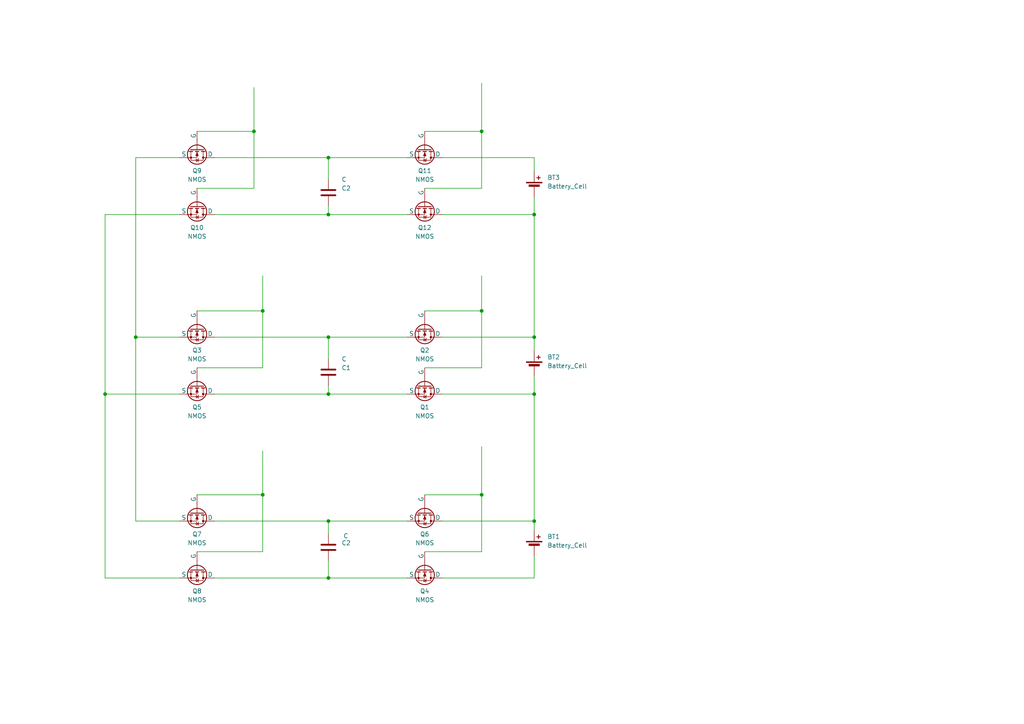
<source format=kicad_sch>
(kicad_sch
	(version 20231120)
	(generator "eeschema")
	(generator_version "8.0")
	(uuid "7e3cc48e-1208-4bcc-a411-ac4a36c56cb6")
	(paper "A4")
	(lib_symbols
		(symbol "Device:Battery_Cell"
			(pin_numbers hide)
			(pin_names
				(offset 0) hide)
			(exclude_from_sim no)
			(in_bom yes)
			(on_board yes)
			(property "Reference" "BT"
				(at 2.54 2.54 0)
				(effects
					(font
						(size 1.27 1.27)
					)
					(justify left)
				)
			)
			(property "Value" "Battery_Cell"
				(at 2.54 0 0)
				(effects
					(font
						(size 1.27 1.27)
					)
					(justify left)
				)
			)
			(property "Footprint" ""
				(at 0 1.524 90)
				(effects
					(font
						(size 1.27 1.27)
					)
					(hide yes)
				)
			)
			(property "Datasheet" "~"
				(at 0 1.524 90)
				(effects
					(font
						(size 1.27 1.27)
					)
					(hide yes)
				)
			)
			(property "Description" "Single-cell battery"
				(at 0 0 0)
				(effects
					(font
						(size 1.27 1.27)
					)
					(hide yes)
				)
			)
			(property "ki_keywords" "battery cell"
				(at 0 0 0)
				(effects
					(font
						(size 1.27 1.27)
					)
					(hide yes)
				)
			)
			(symbol "Battery_Cell_0_1"
				(rectangle
					(start -2.286 1.778)
					(end 2.286 1.524)
					(stroke
						(width 0)
						(type default)
					)
					(fill
						(type outline)
					)
				)
				(rectangle
					(start -1.524 1.016)
					(end 1.524 0.508)
					(stroke
						(width 0)
						(type default)
					)
					(fill
						(type outline)
					)
				)
				(polyline
					(pts
						(xy 0 0.762) (xy 0 0)
					)
					(stroke
						(width 0)
						(type default)
					)
					(fill
						(type none)
					)
				)
				(polyline
					(pts
						(xy 0 1.778) (xy 0 2.54)
					)
					(stroke
						(width 0)
						(type default)
					)
					(fill
						(type none)
					)
				)
				(polyline
					(pts
						(xy 0.762 3.048) (xy 1.778 3.048)
					)
					(stroke
						(width 0.254)
						(type default)
					)
					(fill
						(type none)
					)
				)
				(polyline
					(pts
						(xy 1.27 3.556) (xy 1.27 2.54)
					)
					(stroke
						(width 0.254)
						(type default)
					)
					(fill
						(type none)
					)
				)
			)
			(symbol "Battery_Cell_1_1"
				(pin passive line
					(at 0 5.08 270)
					(length 2.54)
					(name "+"
						(effects
							(font
								(size 1.27 1.27)
							)
						)
					)
					(number "1"
						(effects
							(font
								(size 1.27 1.27)
							)
						)
					)
				)
				(pin passive line
					(at 0 -2.54 90)
					(length 2.54)
					(name "-"
						(effects
							(font
								(size 1.27 1.27)
							)
						)
					)
					(number "2"
						(effects
							(font
								(size 1.27 1.27)
							)
						)
					)
				)
			)
		)
		(symbol "Device:C"
			(pin_numbers hide)
			(pin_names
				(offset 0.254)
			)
			(exclude_from_sim no)
			(in_bom yes)
			(on_board yes)
			(property "Reference" "C"
				(at 0.635 2.54 0)
				(effects
					(font
						(size 1.27 1.27)
					)
					(justify left)
				)
			)
			(property "Value" "C"
				(at 0.635 -2.54 0)
				(effects
					(font
						(size 1.27 1.27)
					)
					(justify left)
				)
			)
			(property "Footprint" ""
				(at 0.9652 -3.81 0)
				(effects
					(font
						(size 1.27 1.27)
					)
					(hide yes)
				)
			)
			(property "Datasheet" "~"
				(at 0 0 0)
				(effects
					(font
						(size 1.27 1.27)
					)
					(hide yes)
				)
			)
			(property "Description" "Unpolarized capacitor"
				(at 0 0 0)
				(effects
					(font
						(size 1.27 1.27)
					)
					(hide yes)
				)
			)
			(property "ki_keywords" "cap capacitor"
				(at 0 0 0)
				(effects
					(font
						(size 1.27 1.27)
					)
					(hide yes)
				)
			)
			(property "ki_fp_filters" "C_*"
				(at 0 0 0)
				(effects
					(font
						(size 1.27 1.27)
					)
					(hide yes)
				)
			)
			(symbol "C_0_1"
				(polyline
					(pts
						(xy -2.032 -0.762) (xy 2.032 -0.762)
					)
					(stroke
						(width 0.508)
						(type default)
					)
					(fill
						(type none)
					)
				)
				(polyline
					(pts
						(xy -2.032 0.762) (xy 2.032 0.762)
					)
					(stroke
						(width 0.508)
						(type default)
					)
					(fill
						(type none)
					)
				)
			)
			(symbol "C_1_1"
				(pin passive line
					(at 0 3.81 270)
					(length 2.794)
					(name "~"
						(effects
							(font
								(size 1.27 1.27)
							)
						)
					)
					(number "1"
						(effects
							(font
								(size 1.27 1.27)
							)
						)
					)
				)
				(pin passive line
					(at 0 -3.81 90)
					(length 2.794)
					(name "~"
						(effects
							(font
								(size 1.27 1.27)
							)
						)
					)
					(number "2"
						(effects
							(font
								(size 1.27 1.27)
							)
						)
					)
				)
			)
		)
		(symbol "Simulation_SPICE:NMOS"
			(pin_numbers hide)
			(pin_names
				(offset 0)
			)
			(exclude_from_sim no)
			(in_bom yes)
			(on_board yes)
			(property "Reference" "Q"
				(at 5.08 1.27 0)
				(effects
					(font
						(size 1.27 1.27)
					)
					(justify left)
				)
			)
			(property "Value" "NMOS"
				(at 5.08 -1.27 0)
				(effects
					(font
						(size 1.27 1.27)
					)
					(justify left)
				)
			)
			(property "Footprint" ""
				(at 5.08 2.54 0)
				(effects
					(font
						(size 1.27 1.27)
					)
					(hide yes)
				)
			)
			(property "Datasheet" "https://ngspice.sourceforge.io/docs/ngspice-html-manual/manual.xhtml#cha_MOSFETs"
				(at 0 -12.7 0)
				(effects
					(font
						(size 1.27 1.27)
					)
					(hide yes)
				)
			)
			(property "Description" "N-MOSFET transistor, drain/source/gate"
				(at 0 0 0)
				(effects
					(font
						(size 1.27 1.27)
					)
					(hide yes)
				)
			)
			(property "Sim.Device" "NMOS"
				(at 0 -17.145 0)
				(effects
					(font
						(size 1.27 1.27)
					)
					(hide yes)
				)
			)
			(property "Sim.Type" "VDMOS"
				(at 0 -19.05 0)
				(effects
					(font
						(size 1.27 1.27)
					)
					(hide yes)
				)
			)
			(property "Sim.Pins" "1=D 2=G 3=S"
				(at 0 -15.24 0)
				(effects
					(font
						(size 1.27 1.27)
					)
					(hide yes)
				)
			)
			(property "ki_keywords" "transistor NMOS N-MOS N-MOSFET simulation"
				(at 0 0 0)
				(effects
					(font
						(size 1.27 1.27)
					)
					(hide yes)
				)
			)
			(symbol "NMOS_0_1"
				(polyline
					(pts
						(xy 0.254 0) (xy -2.54 0)
					)
					(stroke
						(width 0)
						(type default)
					)
					(fill
						(type none)
					)
				)
				(polyline
					(pts
						(xy 0.254 1.905) (xy 0.254 -1.905)
					)
					(stroke
						(width 0.254)
						(type default)
					)
					(fill
						(type none)
					)
				)
				(polyline
					(pts
						(xy 0.762 -1.27) (xy 0.762 -2.286)
					)
					(stroke
						(width 0.254)
						(type default)
					)
					(fill
						(type none)
					)
				)
				(polyline
					(pts
						(xy 0.762 0.508) (xy 0.762 -0.508)
					)
					(stroke
						(width 0.254)
						(type default)
					)
					(fill
						(type none)
					)
				)
				(polyline
					(pts
						(xy 0.762 2.286) (xy 0.762 1.27)
					)
					(stroke
						(width 0.254)
						(type default)
					)
					(fill
						(type none)
					)
				)
				(polyline
					(pts
						(xy 2.54 2.54) (xy 2.54 1.778)
					)
					(stroke
						(width 0)
						(type default)
					)
					(fill
						(type none)
					)
				)
				(polyline
					(pts
						(xy 2.54 -2.54) (xy 2.54 0) (xy 0.762 0)
					)
					(stroke
						(width 0)
						(type default)
					)
					(fill
						(type none)
					)
				)
				(polyline
					(pts
						(xy 0.762 -1.778) (xy 3.302 -1.778) (xy 3.302 1.778) (xy 0.762 1.778)
					)
					(stroke
						(width 0)
						(type default)
					)
					(fill
						(type none)
					)
				)
				(polyline
					(pts
						(xy 1.016 0) (xy 2.032 0.381) (xy 2.032 -0.381) (xy 1.016 0)
					)
					(stroke
						(width 0)
						(type default)
					)
					(fill
						(type outline)
					)
				)
				(polyline
					(pts
						(xy 2.794 0.508) (xy 2.921 0.381) (xy 3.683 0.381) (xy 3.81 0.254)
					)
					(stroke
						(width 0)
						(type default)
					)
					(fill
						(type none)
					)
				)
				(polyline
					(pts
						(xy 3.302 0.381) (xy 2.921 -0.254) (xy 3.683 -0.254) (xy 3.302 0.381)
					)
					(stroke
						(width 0)
						(type default)
					)
					(fill
						(type none)
					)
				)
				(circle
					(center 1.651 0)
					(radius 2.794)
					(stroke
						(width 0.254)
						(type default)
					)
					(fill
						(type none)
					)
				)
				(circle
					(center 2.54 -1.778)
					(radius 0.254)
					(stroke
						(width 0)
						(type default)
					)
					(fill
						(type outline)
					)
				)
				(circle
					(center 2.54 1.778)
					(radius 0.254)
					(stroke
						(width 0)
						(type default)
					)
					(fill
						(type outline)
					)
				)
			)
			(symbol "NMOS_1_1"
				(pin passive line
					(at 2.54 5.08 270)
					(length 2.54)
					(name "D"
						(effects
							(font
								(size 1.27 1.27)
							)
						)
					)
					(number "1"
						(effects
							(font
								(size 1.27 1.27)
							)
						)
					)
				)
				(pin input line
					(at -5.08 0 0)
					(length 2.54)
					(name "G"
						(effects
							(font
								(size 1.27 1.27)
							)
						)
					)
					(number "2"
						(effects
							(font
								(size 1.27 1.27)
							)
						)
					)
				)
				(pin passive line
					(at 2.54 -5.08 90)
					(length 2.54)
					(name "S"
						(effects
							(font
								(size 1.27 1.27)
							)
						)
					)
					(number "3"
						(effects
							(font
								(size 1.27 1.27)
							)
						)
					)
				)
			)
		)
	)
	(junction
		(at 95.25 97.79)
		(diameter 0)
		(color 0 0 0 0)
		(uuid "0aa334b3-0107-4de0-af8e-ffb496778d93")
	)
	(junction
		(at 95.25 167.64)
		(diameter 0)
		(color 0 0 0 0)
		(uuid "1b8f7039-896b-4d62-913b-bfc8630cc028")
	)
	(junction
		(at 154.94 97.79)
		(diameter 0)
		(color 0 0 0 0)
		(uuid "3b23e3aa-d467-4e5b-9af6-6b6c386353b7")
	)
	(junction
		(at 39.37 97.79)
		(diameter 0)
		(color 0 0 0 0)
		(uuid "3c764d0b-0da1-4359-8957-4bae7076e82a")
	)
	(junction
		(at 154.94 114.3)
		(diameter 0)
		(color 0 0 0 0)
		(uuid "3d6ff8dd-0479-44c2-adfd-f4f101983f8b")
	)
	(junction
		(at 30.48 114.3)
		(diameter 0)
		(color 0 0 0 0)
		(uuid "44e2b349-b7bb-454a-a8c6-f6642f5ba113")
	)
	(junction
		(at 95.25 114.3)
		(diameter 0)
		(color 0 0 0 0)
		(uuid "60e17450-dc4a-4051-8e15-62b6463befb7")
	)
	(junction
		(at 95.25 151.13)
		(diameter 0)
		(color 0 0 0 0)
		(uuid "8787154e-6e7a-4838-878d-f30c79071cfb")
	)
	(junction
		(at 76.2 143.51)
		(diameter 0)
		(color 0 0 0 0)
		(uuid "9f8c1a74-8a50-4759-ba3b-25544f1c7422")
	)
	(junction
		(at 73.66 38.1)
		(diameter 0)
		(color 0 0 0 0)
		(uuid "a6745515-1847-4c69-ab1a-88f58a6588d3")
	)
	(junction
		(at 154.94 151.13)
		(diameter 0)
		(color 0 0 0 0)
		(uuid "aeada277-29d0-4324-a08f-ab3f101bed5f")
	)
	(junction
		(at 139.7 143.51)
		(diameter 0)
		(color 0 0 0 0)
		(uuid "c79cbdc3-a89f-4694-9416-17d1ada4f785")
	)
	(junction
		(at 76.2 90.17)
		(diameter 0)
		(color 0 0 0 0)
		(uuid "d704aba3-9fa7-4909-84a2-bbc82cd42f91")
	)
	(junction
		(at 139.7 38.1)
		(diameter 0)
		(color 0 0 0 0)
		(uuid "d858c034-062b-4b10-b093-b9c63fdb2eb9")
	)
	(junction
		(at 154.94 62.23)
		(diameter 0)
		(color 0 0 0 0)
		(uuid "d9cae713-bd22-44c1-8b23-9bb5a96ef94f")
	)
	(junction
		(at 95.25 45.72)
		(diameter 0)
		(color 0 0 0 0)
		(uuid "ec12f2a9-8342-4179-a637-b31c9f538cf9")
	)
	(junction
		(at 95.25 62.23)
		(diameter 0)
		(color 0 0 0 0)
		(uuid "fb41fc20-7595-44c5-a44e-7d604048d1d5")
	)
	(junction
		(at 139.7 90.17)
		(diameter 0)
		(color 0 0 0 0)
		(uuid "fbb78735-ec6a-499b-b398-380d3067b3a5")
	)
	(wire
		(pts
			(xy 73.66 25.4) (xy 73.66 38.1)
		)
		(stroke
			(width 0)
			(type default)
		)
		(uuid "04a99d8a-388f-4480-9626-ded288ac0f15")
	)
	(wire
		(pts
			(xy 128.27 45.72) (xy 154.94 45.72)
		)
		(stroke
			(width 0)
			(type default)
		)
		(uuid "04ffd9aa-9290-4bfb-8ae0-0eacb57a86bb")
	)
	(wire
		(pts
			(xy 128.27 62.23) (xy 154.94 62.23)
		)
		(stroke
			(width 0)
			(type default)
		)
		(uuid "081afd25-10be-4903-bbeb-2def29287880")
	)
	(wire
		(pts
			(xy 139.7 143.51) (xy 123.19 143.51)
		)
		(stroke
			(width 0)
			(type default)
		)
		(uuid "0986a78e-0f07-4584-b74d-d46ec4b1e635")
	)
	(wire
		(pts
			(xy 52.07 62.23) (xy 30.48 62.23)
		)
		(stroke
			(width 0)
			(type default)
		)
		(uuid "09bcdfcb-2f9c-424f-9928-f023e78878e6")
	)
	(wire
		(pts
			(xy 95.25 162.56) (xy 95.25 167.64)
		)
		(stroke
			(width 0)
			(type default)
		)
		(uuid "0c13c5e9-b321-4ed5-b0bb-7949bead25ec")
	)
	(wire
		(pts
			(xy 95.25 167.64) (xy 118.11 167.64)
		)
		(stroke
			(width 0)
			(type default)
		)
		(uuid "0d5febed-0c35-47b6-95e2-7461b2d155ae")
	)
	(wire
		(pts
			(xy 76.2 143.51) (xy 57.15 143.51)
		)
		(stroke
			(width 0)
			(type default)
		)
		(uuid "1103447d-595d-4f41-bb4c-a02827568389")
	)
	(wire
		(pts
			(xy 139.7 24.13) (xy 139.7 38.1)
		)
		(stroke
			(width 0)
			(type default)
		)
		(uuid "15cea845-553a-4ad7-aa80-9f9c23030378")
	)
	(wire
		(pts
			(xy 139.7 90.17) (xy 139.7 106.68)
		)
		(stroke
			(width 0)
			(type default)
		)
		(uuid "23e91723-bf6f-40f0-bbf4-b4ed68f6f9b9")
	)
	(wire
		(pts
			(xy 118.11 97.79) (xy 95.25 97.79)
		)
		(stroke
			(width 0)
			(type default)
		)
		(uuid "38ac2185-1070-4b11-b1db-c06b31620a95")
	)
	(wire
		(pts
			(xy 76.2 90.17) (xy 57.15 90.17)
		)
		(stroke
			(width 0)
			(type default)
		)
		(uuid "3b63901b-1719-4e8d-8bce-9ad79ac1cece")
	)
	(wire
		(pts
			(xy 154.94 62.23) (xy 154.94 97.79)
		)
		(stroke
			(width 0)
			(type default)
		)
		(uuid "3b9baaba-71d2-4c37-9d2a-f40a3a7d748f")
	)
	(wire
		(pts
			(xy 154.94 62.23) (xy 154.94 57.15)
		)
		(stroke
			(width 0)
			(type default)
		)
		(uuid "3be440a9-ce84-4f02-bd79-9f783de67457")
	)
	(wire
		(pts
			(xy 73.66 38.1) (xy 73.66 54.61)
		)
		(stroke
			(width 0)
			(type default)
		)
		(uuid "418ea026-2eb3-412f-8256-5b17b02f0151")
	)
	(wire
		(pts
			(xy 118.11 62.23) (xy 95.25 62.23)
		)
		(stroke
			(width 0)
			(type default)
		)
		(uuid "46228ef8-14b3-4746-8ad9-779e26e227c7")
	)
	(wire
		(pts
			(xy 128.27 114.3) (xy 154.94 114.3)
		)
		(stroke
			(width 0)
			(type default)
		)
		(uuid "48955100-4d9d-493e-a6aa-cce521775b6c")
	)
	(wire
		(pts
			(xy 123.19 160.02) (xy 139.7 160.02)
		)
		(stroke
			(width 0)
			(type default)
		)
		(uuid "4a03b9d9-41b8-4f59-8871-426b796fc2c4")
	)
	(wire
		(pts
			(xy 154.94 97.79) (xy 154.94 101.6)
		)
		(stroke
			(width 0)
			(type default)
		)
		(uuid "4a8902df-2546-4dbe-8190-400226fa94f9")
	)
	(wire
		(pts
			(xy 95.25 62.23) (xy 95.25 59.69)
		)
		(stroke
			(width 0)
			(type default)
		)
		(uuid "4bbb8d79-75ae-4bb2-a027-063f4b3d9d38")
	)
	(wire
		(pts
			(xy 62.23 62.23) (xy 95.25 62.23)
		)
		(stroke
			(width 0)
			(type default)
		)
		(uuid "5dec1089-77cd-48e7-ad24-17a86b2c20ec")
	)
	(wire
		(pts
			(xy 52.07 97.79) (xy 39.37 97.79)
		)
		(stroke
			(width 0)
			(type default)
		)
		(uuid "5f23bb0e-c3b6-47e5-b158-11642a4b8605")
	)
	(wire
		(pts
			(xy 76.2 160.02) (xy 57.15 160.02)
		)
		(stroke
			(width 0)
			(type default)
		)
		(uuid "6145fa35-5f33-4259-bad7-85430b2dc2e7")
	)
	(wire
		(pts
			(xy 123.19 54.61) (xy 139.7 54.61)
		)
		(stroke
			(width 0)
			(type default)
		)
		(uuid "6773dee8-dc75-4b2c-bc57-b45a23013ad6")
	)
	(wire
		(pts
			(xy 30.48 114.3) (xy 30.48 167.64)
		)
		(stroke
			(width 0)
			(type default)
		)
		(uuid "698b1c67-6400-42fe-8d97-16230a9cc196")
	)
	(wire
		(pts
			(xy 76.2 90.17) (xy 76.2 106.68)
		)
		(stroke
			(width 0)
			(type default)
		)
		(uuid "6b083fce-926f-4483-9e3d-b97c13daf904")
	)
	(wire
		(pts
			(xy 39.37 45.72) (xy 39.37 97.79)
		)
		(stroke
			(width 0)
			(type default)
		)
		(uuid "72f4b44e-0147-49f2-909d-000cb8f76e5e")
	)
	(wire
		(pts
			(xy 128.27 97.79) (xy 154.94 97.79)
		)
		(stroke
			(width 0)
			(type default)
		)
		(uuid "79fbce3a-7520-4f62-8eb1-f28f932d0422")
	)
	(wire
		(pts
			(xy 52.07 114.3) (xy 30.48 114.3)
		)
		(stroke
			(width 0)
			(type default)
		)
		(uuid "7abe07af-9ced-47a8-bc24-d0e250839dd9")
	)
	(wire
		(pts
			(xy 73.66 38.1) (xy 57.15 38.1)
		)
		(stroke
			(width 0)
			(type default)
		)
		(uuid "81bc032a-de65-4b2e-a69d-955148b0627e")
	)
	(wire
		(pts
			(xy 128.27 151.13) (xy 154.94 151.13)
		)
		(stroke
			(width 0)
			(type default)
		)
		(uuid "84b37090-5bea-4613-8e0d-7dfee65aa2b0")
	)
	(wire
		(pts
			(xy 76.2 106.68) (xy 57.15 106.68)
		)
		(stroke
			(width 0)
			(type default)
		)
		(uuid "84c51e82-1292-4e06-ab36-0b3e2800adc6")
	)
	(wire
		(pts
			(xy 76.2 130.81) (xy 76.2 143.51)
		)
		(stroke
			(width 0)
			(type default)
		)
		(uuid "8513dba9-70f8-4714-a8be-48bb08bfecc2")
	)
	(wire
		(pts
			(xy 39.37 97.79) (xy 39.37 151.13)
		)
		(stroke
			(width 0)
			(type default)
		)
		(uuid "8919a2f0-1fa0-42ed-8379-86184cb98963")
	)
	(wire
		(pts
			(xy 95.25 45.72) (xy 95.25 52.07)
		)
		(stroke
			(width 0)
			(type default)
		)
		(uuid "8a195574-ebf7-4122-ba04-51718a390fee")
	)
	(wire
		(pts
			(xy 62.23 114.3) (xy 95.25 114.3)
		)
		(stroke
			(width 0)
			(type default)
		)
		(uuid "8a51c17c-f5c9-45fa-976a-c02580c6ff48")
	)
	(wire
		(pts
			(xy 95.25 151.13) (xy 95.25 154.94)
		)
		(stroke
			(width 0)
			(type default)
		)
		(uuid "8b227a65-a445-49b7-957d-90c45cb63199")
	)
	(wire
		(pts
			(xy 62.23 97.79) (xy 95.25 97.79)
		)
		(stroke
			(width 0)
			(type default)
		)
		(uuid "8b779d2e-8588-404f-8468-a15803f8efe7")
	)
	(wire
		(pts
			(xy 139.7 90.17) (xy 123.19 90.17)
		)
		(stroke
			(width 0)
			(type default)
		)
		(uuid "8dac4a8f-4957-4ca0-b144-31cfd22587f0")
	)
	(wire
		(pts
			(xy 62.23 151.13) (xy 95.25 151.13)
		)
		(stroke
			(width 0)
			(type default)
		)
		(uuid "8dbe7103-72e4-4102-a879-a37bb856e236")
	)
	(wire
		(pts
			(xy 73.66 54.61) (xy 57.15 54.61)
		)
		(stroke
			(width 0)
			(type default)
		)
		(uuid "8f781635-0d41-4bfe-873f-a23f6a2bfb79")
	)
	(wire
		(pts
			(xy 154.94 153.67) (xy 154.94 151.13)
		)
		(stroke
			(width 0)
			(type default)
		)
		(uuid "9054ae7b-3559-48b5-b64e-038362bd9d37")
	)
	(wire
		(pts
			(xy 128.27 167.64) (xy 154.94 167.64)
		)
		(stroke
			(width 0)
			(type default)
		)
		(uuid "98b0d6c7-a04f-4ea9-ae84-336486cb8d27")
	)
	(wire
		(pts
			(xy 139.7 160.02) (xy 139.7 143.51)
		)
		(stroke
			(width 0)
			(type default)
		)
		(uuid "a0e0321f-b861-42ea-a864-47ae11c5e477")
	)
	(wire
		(pts
			(xy 139.7 54.61) (xy 139.7 38.1)
		)
		(stroke
			(width 0)
			(type default)
		)
		(uuid "a3f0da64-d45a-473f-9b69-204c65fb70c6")
	)
	(wire
		(pts
			(xy 139.7 129.54) (xy 139.7 143.51)
		)
		(stroke
			(width 0)
			(type default)
		)
		(uuid "b0d0c24a-d1a5-4f57-89eb-82d0fcd9d560")
	)
	(wire
		(pts
			(xy 76.2 143.51) (xy 76.2 160.02)
		)
		(stroke
			(width 0)
			(type default)
		)
		(uuid "b1f03f36-77d2-4f59-a663-0e8d1dc30b66")
	)
	(wire
		(pts
			(xy 154.94 45.72) (xy 154.94 49.53)
		)
		(stroke
			(width 0)
			(type default)
		)
		(uuid "b2e6aa44-9549-4d5a-9ee3-ac56ddc0524d")
	)
	(wire
		(pts
			(xy 154.94 114.3) (xy 154.94 151.13)
		)
		(stroke
			(width 0)
			(type default)
		)
		(uuid "b88cfbfc-2bb5-4033-9161-32ea001c542f")
	)
	(wire
		(pts
			(xy 139.7 38.1) (xy 123.19 38.1)
		)
		(stroke
			(width 0)
			(type default)
		)
		(uuid "ba0577a3-01f7-400d-a4cb-d8dceaad60fc")
	)
	(wire
		(pts
			(xy 52.07 45.72) (xy 39.37 45.72)
		)
		(stroke
			(width 0)
			(type default)
		)
		(uuid "baf588e6-dcfc-41de-9ae8-26a6d090d0e8")
	)
	(wire
		(pts
			(xy 139.7 106.68) (xy 123.19 106.68)
		)
		(stroke
			(width 0)
			(type default)
		)
		(uuid "bcbc39bc-a730-4343-b654-3334480ce44d")
	)
	(wire
		(pts
			(xy 118.11 45.72) (xy 95.25 45.72)
		)
		(stroke
			(width 0)
			(type default)
		)
		(uuid "bcf72e33-4a69-4954-851d-90f60f48622d")
	)
	(wire
		(pts
			(xy 154.94 167.64) (xy 154.94 161.29)
		)
		(stroke
			(width 0)
			(type default)
		)
		(uuid "c14fe09b-520b-413d-80ed-1354fd79397d")
	)
	(wire
		(pts
			(xy 62.23 167.64) (xy 95.25 167.64)
		)
		(stroke
			(width 0)
			(type default)
		)
		(uuid "c49c9215-7117-4ae6-80c9-1c7c5137112d")
	)
	(wire
		(pts
			(xy 154.94 114.3) (xy 154.94 109.22)
		)
		(stroke
			(width 0)
			(type default)
		)
		(uuid "cb844904-b069-4561-9465-533b6b5d0127")
	)
	(wire
		(pts
			(xy 139.7 80.01) (xy 139.7 90.17)
		)
		(stroke
			(width 0)
			(type default)
		)
		(uuid "ceb0c52d-1daa-46b6-8888-c42c94cdcf84")
	)
	(wire
		(pts
			(xy 95.25 97.79) (xy 95.25 104.14)
		)
		(stroke
			(width 0)
			(type default)
		)
		(uuid "d6f45efd-ec40-4605-b2e9-15b3c89a403e")
	)
	(wire
		(pts
			(xy 95.25 151.13) (xy 118.11 151.13)
		)
		(stroke
			(width 0)
			(type default)
		)
		(uuid "ddb271c2-1681-4f9d-b075-32a0491d0a0f")
	)
	(wire
		(pts
			(xy 62.23 45.72) (xy 95.25 45.72)
		)
		(stroke
			(width 0)
			(type default)
		)
		(uuid "eb6bf40c-5e6f-49c1-803a-c1c3c6e92904")
	)
	(wire
		(pts
			(xy 76.2 80.01) (xy 76.2 90.17)
		)
		(stroke
			(width 0)
			(type default)
		)
		(uuid "f0a925b7-ab52-4031-8681-9d376f597a43")
	)
	(wire
		(pts
			(xy 30.48 167.64) (xy 52.07 167.64)
		)
		(stroke
			(width 0)
			(type default)
		)
		(uuid "f1b0d78e-6b65-4063-872b-44753008a2f0")
	)
	(wire
		(pts
			(xy 39.37 151.13) (xy 52.07 151.13)
		)
		(stroke
			(width 0)
			(type default)
		)
		(uuid "f2dcf3af-8239-4c5e-be53-014cece4bc1d")
	)
	(wire
		(pts
			(xy 95.25 114.3) (xy 95.25 111.76)
		)
		(stroke
			(width 0)
			(type default)
		)
		(uuid "f391ce97-8092-4fec-bf76-78a910c4d839")
	)
	(wire
		(pts
			(xy 30.48 62.23) (xy 30.48 114.3)
		)
		(stroke
			(width 0)
			(type default)
		)
		(uuid "f9be8811-2580-477e-afdc-01727460a057")
	)
	(wire
		(pts
			(xy 118.11 114.3) (xy 95.25 114.3)
		)
		(stroke
			(width 0)
			(type default)
		)
		(uuid "fe24bdac-b764-4866-ad38-30cf656b5356")
	)
	(symbol
		(lib_id "Device:C")
		(at 95.25 55.88 0)
		(unit 1)
		(exclude_from_sim no)
		(in_bom yes)
		(on_board yes)
		(dnp no)
		(uuid "15537746-9943-4826-b603-6d9fc64ef6ae")
		(property "Reference" "C2"
			(at 99.06 54.6099 0)
			(effects
				(font
					(size 1.27 1.27)
				)
				(justify left)
			)
		)
		(property "Value" "C"
			(at 99.06 52.0699 0)
			(effects
				(font
					(size 1.27 1.27)
				)
				(justify left)
			)
		)
		(property "Footprint" ""
			(at 96.2152 59.69 0)
			(effects
				(font
					(size 1.27 1.27)
				)
				(hide yes)
			)
		)
		(property "Datasheet" "~"
			(at 95.25 55.88 0)
			(effects
				(font
					(size 1.27 1.27)
				)
				(hide yes)
			)
		)
		(property "Description" "Unpolarized capacitor"
			(at 95.25 55.88 0)
			(effects
				(font
					(size 1.27 1.27)
				)
				(hide yes)
			)
		)
		(pin "2"
			(uuid "3fce2dd8-7ff0-468c-8537-bac8fde4a9b6")
		)
		(pin "1"
			(uuid "4827f593-a60c-43eb-aa70-f4c6e7936524")
		)
		(instances
			(project "activebalancing"
				(path "/7e3cc48e-1208-4bcc-a411-ac4a36c56cb6"
					(reference "C2")
					(unit 1)
				)
			)
		)
	)
	(symbol
		(lib_id "Simulation_SPICE:NMOS")
		(at 123.19 95.25 270)
		(unit 1)
		(exclude_from_sim no)
		(in_bom yes)
		(on_board yes)
		(dnp no)
		(fields_autoplaced yes)
		(uuid "1c31e284-27e0-4cca-935e-84a5545430be")
		(property "Reference" "Q2"
			(at 123.19 101.6 90)
			(effects
				(font
					(size 1.27 1.27)
				)
			)
		)
		(property "Value" "NMOS"
			(at 123.19 104.14 90)
			(effects
				(font
					(size 1.27 1.27)
				)
			)
		)
		(property "Footprint" ""
			(at 125.73 100.33 0)
			(effects
				(font
					(size 1.27 1.27)
				)
				(hide yes)
			)
		)
		(property "Datasheet" "https://ngspice.sourceforge.io/docs/ngspice-html-manual/manual.xhtml#cha_MOSFETs"
			(at 110.49 95.25 0)
			(effects
				(font
					(size 1.27 1.27)
				)
				(hide yes)
			)
		)
		(property "Description" "N-MOSFET transistor, drain/source/gate"
			(at 123.19 95.25 0)
			(effects
				(font
					(size 1.27 1.27)
				)
				(hide yes)
			)
		)
		(property "Sim.Device" "NMOS"
			(at 106.045 95.25 0)
			(effects
				(font
					(size 1.27 1.27)
				)
				(hide yes)
			)
		)
		(property "Sim.Type" "VDMOS"
			(at 104.14 95.25 0)
			(effects
				(font
					(size 1.27 1.27)
				)
				(hide yes)
			)
		)
		(property "Sim.Pins" "1=D 2=G 3=S"
			(at 107.95 95.25 0)
			(effects
				(font
					(size 1.27 1.27)
				)
				(hide yes)
			)
		)
		(pin "1"
			(uuid "bc8dfb78-b29a-451e-b28b-af72884baaf3")
		)
		(pin "3"
			(uuid "c9cdfb60-cf38-4ce4-8cbf-2873957a58ca")
		)
		(pin "2"
			(uuid "f046441e-b3b2-4983-8804-a71cd05892fc")
		)
		(instances
			(project "activebalancing"
				(path "/7e3cc48e-1208-4bcc-a411-ac4a36c56cb6"
					(reference "Q2")
					(unit 1)
				)
			)
		)
	)
	(symbol
		(lib_id "Simulation_SPICE:NMOS")
		(at 57.15 95.25 270)
		(unit 1)
		(exclude_from_sim no)
		(in_bom yes)
		(on_board yes)
		(dnp no)
		(fields_autoplaced yes)
		(uuid "513cafaf-d20d-457b-9e39-433c26d1ecc9")
		(property "Reference" "Q3"
			(at 57.15 101.6 90)
			(effects
				(font
					(size 1.27 1.27)
				)
			)
		)
		(property "Value" "NMOS"
			(at 57.15 104.14 90)
			(effects
				(font
					(size 1.27 1.27)
				)
			)
		)
		(property "Footprint" ""
			(at 59.69 100.33 0)
			(effects
				(font
					(size 1.27 1.27)
				)
				(hide yes)
			)
		)
		(property "Datasheet" "https://ngspice.sourceforge.io/docs/ngspice-html-manual/manual.xhtml#cha_MOSFETs"
			(at 44.45 95.25 0)
			(effects
				(font
					(size 1.27 1.27)
				)
				(hide yes)
			)
		)
		(property "Description" "N-MOSFET transistor, drain/source/gate"
			(at 57.15 95.25 0)
			(effects
				(font
					(size 1.27 1.27)
				)
				(hide yes)
			)
		)
		(property "Sim.Device" "NMOS"
			(at 40.005 95.25 0)
			(effects
				(font
					(size 1.27 1.27)
				)
				(hide yes)
			)
		)
		(property "Sim.Type" "VDMOS"
			(at 38.1 95.25 0)
			(effects
				(font
					(size 1.27 1.27)
				)
				(hide yes)
			)
		)
		(property "Sim.Pins" "1=D 2=G 3=S"
			(at 41.91 95.25 0)
			(effects
				(font
					(size 1.27 1.27)
				)
				(hide yes)
			)
		)
		(pin "1"
			(uuid "db09d339-7527-4463-a354-88a0f5661fcd")
		)
		(pin "3"
			(uuid "5714cc4d-9b9a-403d-9d27-9ed30a302591")
		)
		(pin "2"
			(uuid "223d8382-402d-42bc-bb13-770d90a0bfc3")
		)
		(instances
			(project "activebalancing"
				(path "/7e3cc48e-1208-4bcc-a411-ac4a36c56cb6"
					(reference "Q3")
					(unit 1)
				)
			)
		)
	)
	(symbol
		(lib_id "Simulation_SPICE:NMOS")
		(at 123.19 111.76 270)
		(unit 1)
		(exclude_from_sim no)
		(in_bom yes)
		(on_board yes)
		(dnp no)
		(fields_autoplaced yes)
		(uuid "557d940e-1422-40fe-9e23-b568010aff3d")
		(property "Reference" "Q1"
			(at 123.19 118.11 90)
			(effects
				(font
					(size 1.27 1.27)
				)
			)
		)
		(property "Value" "NMOS"
			(at 123.19 120.65 90)
			(effects
				(font
					(size 1.27 1.27)
				)
			)
		)
		(property "Footprint" ""
			(at 125.73 116.84 0)
			(effects
				(font
					(size 1.27 1.27)
				)
				(hide yes)
			)
		)
		(property "Datasheet" "https://ngspice.sourceforge.io/docs/ngspice-html-manual/manual.xhtml#cha_MOSFETs"
			(at 110.49 111.76 0)
			(effects
				(font
					(size 1.27 1.27)
				)
				(hide yes)
			)
		)
		(property "Description" "N-MOSFET transistor, drain/source/gate"
			(at 123.19 111.76 0)
			(effects
				(font
					(size 1.27 1.27)
				)
				(hide yes)
			)
		)
		(property "Sim.Device" "NMOS"
			(at 106.045 111.76 0)
			(effects
				(font
					(size 1.27 1.27)
				)
				(hide yes)
			)
		)
		(property "Sim.Type" "VDMOS"
			(at 104.14 111.76 0)
			(effects
				(font
					(size 1.27 1.27)
				)
				(hide yes)
			)
		)
		(property "Sim.Pins" "1=D 2=G 3=S"
			(at 107.95 111.76 0)
			(effects
				(font
					(size 1.27 1.27)
				)
				(hide yes)
			)
		)
		(pin "1"
			(uuid "386e3535-e52d-4341-8ae8-280668800b07")
		)
		(pin "3"
			(uuid "ba351f1b-362e-41d4-8bab-2ddeeee24166")
		)
		(pin "2"
			(uuid "37e99ffe-a176-4c55-ba70-d012ed07eeb0")
		)
		(instances
			(project "activebalancing"
				(path "/7e3cc48e-1208-4bcc-a411-ac4a36c56cb6"
					(reference "Q1")
					(unit 1)
				)
			)
		)
	)
	(symbol
		(lib_id "Device:C")
		(at 95.25 107.95 0)
		(unit 1)
		(exclude_from_sim no)
		(in_bom yes)
		(on_board yes)
		(dnp no)
		(uuid "56d863b4-3048-4c30-9138-186b3479f6d2")
		(property "Reference" "C1"
			(at 99.06 106.6799 0)
			(effects
				(font
					(size 1.27 1.27)
				)
				(justify left)
			)
		)
		(property "Value" "C"
			(at 99.06 104.1399 0)
			(effects
				(font
					(size 1.27 1.27)
				)
				(justify left)
			)
		)
		(property "Footprint" ""
			(at 96.2152 111.76 0)
			(effects
				(font
					(size 1.27 1.27)
				)
				(hide yes)
			)
		)
		(property "Datasheet" "~"
			(at 95.25 107.95 0)
			(effects
				(font
					(size 1.27 1.27)
				)
				(hide yes)
			)
		)
		(property "Description" "Unpolarized capacitor"
			(at 95.25 107.95 0)
			(effects
				(font
					(size 1.27 1.27)
				)
				(hide yes)
			)
		)
		(pin "2"
			(uuid "a7a02640-89d2-40e6-b13f-96c5431d02f7")
		)
		(pin "1"
			(uuid "8f946725-a768-41b8-9d93-07a439eb16e2")
		)
		(instances
			(project "activebalancing"
				(path "/7e3cc48e-1208-4bcc-a411-ac4a36c56cb6"
					(reference "C1")
					(unit 1)
				)
			)
		)
	)
	(symbol
		(lib_id "Simulation_SPICE:NMOS")
		(at 57.15 59.69 270)
		(unit 1)
		(exclude_from_sim no)
		(in_bom yes)
		(on_board yes)
		(dnp no)
		(fields_autoplaced yes)
		(uuid "7086ffa9-7006-418b-bca5-40922e9691f7")
		(property "Reference" "Q10"
			(at 57.15 66.04 90)
			(effects
				(font
					(size 1.27 1.27)
				)
			)
		)
		(property "Value" "NMOS"
			(at 57.15 68.58 90)
			(effects
				(font
					(size 1.27 1.27)
				)
			)
		)
		(property "Footprint" ""
			(at 59.69 64.77 0)
			(effects
				(font
					(size 1.27 1.27)
				)
				(hide yes)
			)
		)
		(property "Datasheet" "https://ngspice.sourceforge.io/docs/ngspice-html-manual/manual.xhtml#cha_MOSFETs"
			(at 44.45 59.69 0)
			(effects
				(font
					(size 1.27 1.27)
				)
				(hide yes)
			)
		)
		(property "Description" "N-MOSFET transistor, drain/source/gate"
			(at 57.15 59.69 0)
			(effects
				(font
					(size 1.27 1.27)
				)
				(hide yes)
			)
		)
		(property "Sim.Device" "NMOS"
			(at 40.005 59.69 0)
			(effects
				(font
					(size 1.27 1.27)
				)
				(hide yes)
			)
		)
		(property "Sim.Type" "VDMOS"
			(at 38.1 59.69 0)
			(effects
				(font
					(size 1.27 1.27)
				)
				(hide yes)
			)
		)
		(property "Sim.Pins" "1=D 2=G 3=S"
			(at 41.91 59.69 0)
			(effects
				(font
					(size 1.27 1.27)
				)
				(hide yes)
			)
		)
		(pin "1"
			(uuid "3e657e19-bd97-4b3b-9954-1c1fbef2d5f4")
		)
		(pin "3"
			(uuid "74d63201-34cb-4dc7-b3ef-28580d3f1381")
		)
		(pin "2"
			(uuid "34d1172a-e8f7-4c62-9951-935f2d8a21b9")
		)
		(instances
			(project "activebalancing"
				(path "/7e3cc48e-1208-4bcc-a411-ac4a36c56cb6"
					(reference "Q10")
					(unit 1)
				)
			)
		)
	)
	(symbol
		(lib_id "Device:Battery_Cell")
		(at 154.94 106.68 0)
		(unit 1)
		(exclude_from_sim no)
		(in_bom yes)
		(on_board yes)
		(dnp no)
		(fields_autoplaced yes)
		(uuid "7207f90f-d04a-4859-bea8-d35b575300d5")
		(property "Reference" "BT2"
			(at 158.75 103.5684 0)
			(effects
				(font
					(size 1.27 1.27)
				)
				(justify left)
			)
		)
		(property "Value" "Battery_Cell"
			(at 158.75 106.1084 0)
			(effects
				(font
					(size 1.27 1.27)
				)
				(justify left)
			)
		)
		(property "Footprint" ""
			(at 154.94 105.156 90)
			(effects
				(font
					(size 1.27 1.27)
				)
				(hide yes)
			)
		)
		(property "Datasheet" "~"
			(at 154.94 105.156 90)
			(effects
				(font
					(size 1.27 1.27)
				)
				(hide yes)
			)
		)
		(property "Description" "Single-cell battery"
			(at 154.94 106.68 0)
			(effects
				(font
					(size 1.27 1.27)
				)
				(hide yes)
			)
		)
		(pin "2"
			(uuid "7dee7edd-ccf7-42ab-a5b8-520fb1b7db94")
		)
		(pin "1"
			(uuid "029f4318-1ea3-4c02-8a04-dd286678097e")
		)
		(instances
			(project "activebalancing"
				(path "/7e3cc48e-1208-4bcc-a411-ac4a36c56cb6"
					(reference "BT2")
					(unit 1)
				)
			)
		)
	)
	(symbol
		(lib_id "Device:Battery_Cell")
		(at 154.94 54.61 0)
		(unit 1)
		(exclude_from_sim no)
		(in_bom yes)
		(on_board yes)
		(dnp no)
		(fields_autoplaced yes)
		(uuid "7bb12acb-078f-4267-afd6-6e28cc0124a5")
		(property "Reference" "BT3"
			(at 158.75 51.4984 0)
			(effects
				(font
					(size 1.27 1.27)
				)
				(justify left)
			)
		)
		(property "Value" "Battery_Cell"
			(at 158.75 54.0384 0)
			(effects
				(font
					(size 1.27 1.27)
				)
				(justify left)
			)
		)
		(property "Footprint" ""
			(at 154.94 53.086 90)
			(effects
				(font
					(size 1.27 1.27)
				)
				(hide yes)
			)
		)
		(property "Datasheet" "~"
			(at 154.94 53.086 90)
			(effects
				(font
					(size 1.27 1.27)
				)
				(hide yes)
			)
		)
		(property "Description" "Single-cell battery"
			(at 154.94 54.61 0)
			(effects
				(font
					(size 1.27 1.27)
				)
				(hide yes)
			)
		)
		(pin "2"
			(uuid "5f60bfd5-4ffc-45e3-a327-4577fc16c819")
		)
		(pin "1"
			(uuid "3425fa38-c2d0-4a54-8455-f92299f188fb")
		)
		(instances
			(project "activebalancing"
				(path "/7e3cc48e-1208-4bcc-a411-ac4a36c56cb6"
					(reference "BT3")
					(unit 1)
				)
			)
		)
	)
	(symbol
		(lib_id "Simulation_SPICE:NMOS")
		(at 57.15 43.18 270)
		(unit 1)
		(exclude_from_sim no)
		(in_bom yes)
		(on_board yes)
		(dnp no)
		(fields_autoplaced yes)
		(uuid "7fa7abdb-6939-4bc4-abd1-e6fd3903269b")
		(property "Reference" "Q9"
			(at 57.15 49.53 90)
			(effects
				(font
					(size 1.27 1.27)
				)
			)
		)
		(property "Value" "NMOS"
			(at 57.15 52.07 90)
			(effects
				(font
					(size 1.27 1.27)
				)
			)
		)
		(property "Footprint" ""
			(at 59.69 48.26 0)
			(effects
				(font
					(size 1.27 1.27)
				)
				(hide yes)
			)
		)
		(property "Datasheet" "https://ngspice.sourceforge.io/docs/ngspice-html-manual/manual.xhtml#cha_MOSFETs"
			(at 44.45 43.18 0)
			(effects
				(font
					(size 1.27 1.27)
				)
				(hide yes)
			)
		)
		(property "Description" "N-MOSFET transistor, drain/source/gate"
			(at 57.15 43.18 0)
			(effects
				(font
					(size 1.27 1.27)
				)
				(hide yes)
			)
		)
		(property "Sim.Device" "NMOS"
			(at 40.005 43.18 0)
			(effects
				(font
					(size 1.27 1.27)
				)
				(hide yes)
			)
		)
		(property "Sim.Type" "VDMOS"
			(at 38.1 43.18 0)
			(effects
				(font
					(size 1.27 1.27)
				)
				(hide yes)
			)
		)
		(property "Sim.Pins" "1=D 2=G 3=S"
			(at 41.91 43.18 0)
			(effects
				(font
					(size 1.27 1.27)
				)
				(hide yes)
			)
		)
		(pin "1"
			(uuid "6cfb3faa-97da-4117-ac97-1dfb56e68083")
		)
		(pin "3"
			(uuid "ed222ccb-15c3-4bae-a6c0-d128b1478bc2")
		)
		(pin "2"
			(uuid "95460bbc-579f-41df-b51c-260e5774877b")
		)
		(instances
			(project "activebalancing"
				(path "/7e3cc48e-1208-4bcc-a411-ac4a36c56cb6"
					(reference "Q9")
					(unit 1)
				)
			)
		)
	)
	(symbol
		(lib_id "Simulation_SPICE:NMOS")
		(at 123.19 43.18 270)
		(unit 1)
		(exclude_from_sim no)
		(in_bom yes)
		(on_board yes)
		(dnp no)
		(fields_autoplaced yes)
		(uuid "88ae364b-15a6-4693-98d6-4a42999fa638")
		(property "Reference" "Q11"
			(at 123.19 49.53 90)
			(effects
				(font
					(size 1.27 1.27)
				)
			)
		)
		(property "Value" "NMOS"
			(at 123.19 52.07 90)
			(effects
				(font
					(size 1.27 1.27)
				)
			)
		)
		(property "Footprint" ""
			(at 125.73 48.26 0)
			(effects
				(font
					(size 1.27 1.27)
				)
				(hide yes)
			)
		)
		(property "Datasheet" "https://ngspice.sourceforge.io/docs/ngspice-html-manual/manual.xhtml#cha_MOSFETs"
			(at 110.49 43.18 0)
			(effects
				(font
					(size 1.27 1.27)
				)
				(hide yes)
			)
		)
		(property "Description" "N-MOSFET transistor, drain/source/gate"
			(at 123.19 43.18 0)
			(effects
				(font
					(size 1.27 1.27)
				)
				(hide yes)
			)
		)
		(property "Sim.Device" "NMOS"
			(at 106.045 43.18 0)
			(effects
				(font
					(size 1.27 1.27)
				)
				(hide yes)
			)
		)
		(property "Sim.Type" "VDMOS"
			(at 104.14 43.18 0)
			(effects
				(font
					(size 1.27 1.27)
				)
				(hide yes)
			)
		)
		(property "Sim.Pins" "1=D 2=G 3=S"
			(at 107.95 43.18 0)
			(effects
				(font
					(size 1.27 1.27)
				)
				(hide yes)
			)
		)
		(pin "1"
			(uuid "c2b12d39-fb3d-48ef-81ea-fcfd51982e29")
		)
		(pin "3"
			(uuid "f39641be-ac01-46dd-abbc-24d22c1e85a3")
		)
		(pin "2"
			(uuid "711cb868-f284-4afb-8af8-a89f2cc9e42a")
		)
		(instances
			(project "activebalancing"
				(path "/7e3cc48e-1208-4bcc-a411-ac4a36c56cb6"
					(reference "Q11")
					(unit 1)
				)
			)
		)
	)
	(symbol
		(lib_id "Simulation_SPICE:NMOS")
		(at 123.19 148.59 270)
		(unit 1)
		(exclude_from_sim no)
		(in_bom yes)
		(on_board yes)
		(dnp no)
		(fields_autoplaced yes)
		(uuid "90a33cdb-dcb1-4d8a-a03b-17b86dece3ef")
		(property "Reference" "Q6"
			(at 123.19 154.94 90)
			(effects
				(font
					(size 1.27 1.27)
				)
			)
		)
		(property "Value" "NMOS"
			(at 123.19 157.48 90)
			(effects
				(font
					(size 1.27 1.27)
				)
			)
		)
		(property "Footprint" ""
			(at 125.73 153.67 0)
			(effects
				(font
					(size 1.27 1.27)
				)
				(hide yes)
			)
		)
		(property "Datasheet" "https://ngspice.sourceforge.io/docs/ngspice-html-manual/manual.xhtml#cha_MOSFETs"
			(at 110.49 148.59 0)
			(effects
				(font
					(size 1.27 1.27)
				)
				(hide yes)
			)
		)
		(property "Description" "N-MOSFET transistor, drain/source/gate"
			(at 123.19 148.59 0)
			(effects
				(font
					(size 1.27 1.27)
				)
				(hide yes)
			)
		)
		(property "Sim.Device" "NMOS"
			(at 106.045 148.59 0)
			(effects
				(font
					(size 1.27 1.27)
				)
				(hide yes)
			)
		)
		(property "Sim.Type" "VDMOS"
			(at 104.14 148.59 0)
			(effects
				(font
					(size 1.27 1.27)
				)
				(hide yes)
			)
		)
		(property "Sim.Pins" "1=D 2=G 3=S"
			(at 107.95 148.59 0)
			(effects
				(font
					(size 1.27 1.27)
				)
				(hide yes)
			)
		)
		(pin "1"
			(uuid "74c678e4-77f6-4df9-9045-8eca7b64f92a")
		)
		(pin "3"
			(uuid "4ca4fba6-918c-4e10-9c83-3828f6edd584")
		)
		(pin "2"
			(uuid "e727f6c8-cda3-45e5-910c-b387586d59f0")
		)
		(instances
			(project "activebalancing"
				(path "/7e3cc48e-1208-4bcc-a411-ac4a36c56cb6"
					(reference "Q6")
					(unit 1)
				)
			)
		)
	)
	(symbol
		(lib_id "Simulation_SPICE:NMOS")
		(at 123.19 59.69 270)
		(unit 1)
		(exclude_from_sim no)
		(in_bom yes)
		(on_board yes)
		(dnp no)
		(fields_autoplaced yes)
		(uuid "9751793e-d3c2-4e4f-ad28-be14ba5ddd95")
		(property "Reference" "Q12"
			(at 123.19 66.04 90)
			(effects
				(font
					(size 1.27 1.27)
				)
			)
		)
		(property "Value" "NMOS"
			(at 123.19 68.58 90)
			(effects
				(font
					(size 1.27 1.27)
				)
			)
		)
		(property "Footprint" ""
			(at 125.73 64.77 0)
			(effects
				(font
					(size 1.27 1.27)
				)
				(hide yes)
			)
		)
		(property "Datasheet" "https://ngspice.sourceforge.io/docs/ngspice-html-manual/manual.xhtml#cha_MOSFETs"
			(at 110.49 59.69 0)
			(effects
				(font
					(size 1.27 1.27)
				)
				(hide yes)
			)
		)
		(property "Description" "N-MOSFET transistor, drain/source/gate"
			(at 123.19 59.69 0)
			(effects
				(font
					(size 1.27 1.27)
				)
				(hide yes)
			)
		)
		(property "Sim.Device" "NMOS"
			(at 106.045 59.69 0)
			(effects
				(font
					(size 1.27 1.27)
				)
				(hide yes)
			)
		)
		(property "Sim.Type" "VDMOS"
			(at 104.14 59.69 0)
			(effects
				(font
					(size 1.27 1.27)
				)
				(hide yes)
			)
		)
		(property "Sim.Pins" "1=D 2=G 3=S"
			(at 107.95 59.69 0)
			(effects
				(font
					(size 1.27 1.27)
				)
				(hide yes)
			)
		)
		(pin "1"
			(uuid "02adb22b-9c53-42a4-812e-806577b1e04e")
		)
		(pin "3"
			(uuid "076f949d-1c02-49a7-8d5e-39ddca82d0d4")
		)
		(pin "2"
			(uuid "763dac4b-fe3e-444f-954d-bb802328f53c")
		)
		(instances
			(project "activebalancing"
				(path "/7e3cc48e-1208-4bcc-a411-ac4a36c56cb6"
					(reference "Q12")
					(unit 1)
				)
			)
		)
	)
	(symbol
		(lib_id "Simulation_SPICE:NMOS")
		(at 57.15 165.1 270)
		(unit 1)
		(exclude_from_sim no)
		(in_bom yes)
		(on_board yes)
		(dnp no)
		(fields_autoplaced yes)
		(uuid "9e926d42-bdf7-4003-a1b2-2c959f3cc0c6")
		(property "Reference" "Q8"
			(at 57.15 171.45 90)
			(effects
				(font
					(size 1.27 1.27)
				)
			)
		)
		(property "Value" "NMOS"
			(at 57.15 173.99 90)
			(effects
				(font
					(size 1.27 1.27)
				)
			)
		)
		(property "Footprint" ""
			(at 59.69 170.18 0)
			(effects
				(font
					(size 1.27 1.27)
				)
				(hide yes)
			)
		)
		(property "Datasheet" "https://ngspice.sourceforge.io/docs/ngspice-html-manual/manual.xhtml#cha_MOSFETs"
			(at 44.45 165.1 0)
			(effects
				(font
					(size 1.27 1.27)
				)
				(hide yes)
			)
		)
		(property "Description" "N-MOSFET transistor, drain/source/gate"
			(at 57.15 165.1 0)
			(effects
				(font
					(size 1.27 1.27)
				)
				(hide yes)
			)
		)
		(property "Sim.Device" "NMOS"
			(at 40.005 165.1 0)
			(effects
				(font
					(size 1.27 1.27)
				)
				(hide yes)
			)
		)
		(property "Sim.Type" "VDMOS"
			(at 38.1 165.1 0)
			(effects
				(font
					(size 1.27 1.27)
				)
				(hide yes)
			)
		)
		(property "Sim.Pins" "1=D 2=G 3=S"
			(at 41.91 165.1 0)
			(effects
				(font
					(size 1.27 1.27)
				)
				(hide yes)
			)
		)
		(pin "1"
			(uuid "3ae7354d-fab4-4ded-a7c7-1a4fe0d1f2ee")
		)
		(pin "3"
			(uuid "68673074-caac-4990-aae2-8617e173e7e0")
		)
		(pin "2"
			(uuid "41c93eed-e7b4-4d39-9145-0168012e0270")
		)
		(instances
			(project "activebalancing"
				(path "/7e3cc48e-1208-4bcc-a411-ac4a36c56cb6"
					(reference "Q8")
					(unit 1)
				)
			)
		)
	)
	(symbol
		(lib_id "Simulation_SPICE:NMOS")
		(at 123.19 165.1 270)
		(unit 1)
		(exclude_from_sim no)
		(in_bom yes)
		(on_board yes)
		(dnp no)
		(fields_autoplaced yes)
		(uuid "a851616a-d04d-4181-b9c2-0ed889e02d46")
		(property "Reference" "Q4"
			(at 123.19 171.45 90)
			(effects
				(font
					(size 1.27 1.27)
				)
			)
		)
		(property "Value" "NMOS"
			(at 123.19 173.99 90)
			(effects
				(font
					(size 1.27 1.27)
				)
			)
		)
		(property "Footprint" ""
			(at 125.73 170.18 0)
			(effects
				(font
					(size 1.27 1.27)
				)
				(hide yes)
			)
		)
		(property "Datasheet" "https://ngspice.sourceforge.io/docs/ngspice-html-manual/manual.xhtml#cha_MOSFETs"
			(at 110.49 165.1 0)
			(effects
				(font
					(size 1.27 1.27)
				)
				(hide yes)
			)
		)
		(property "Description" "N-MOSFET transistor, drain/source/gate"
			(at 123.19 165.1 0)
			(effects
				(font
					(size 1.27 1.27)
				)
				(hide yes)
			)
		)
		(property "Sim.Device" "NMOS"
			(at 106.045 165.1 0)
			(effects
				(font
					(size 1.27 1.27)
				)
				(hide yes)
			)
		)
		(property "Sim.Type" "VDMOS"
			(at 104.14 165.1 0)
			(effects
				(font
					(size 1.27 1.27)
				)
				(hide yes)
			)
		)
		(property "Sim.Pins" "1=D 2=G 3=S"
			(at 107.95 165.1 0)
			(effects
				(font
					(size 1.27 1.27)
				)
				(hide yes)
			)
		)
		(pin "1"
			(uuid "ac9663a8-28e4-43bd-adb6-d365aedd1932")
		)
		(pin "3"
			(uuid "8386aa10-6074-4f57-9db1-bff00b89c682")
		)
		(pin "2"
			(uuid "7d6c3f72-c555-41f4-be28-6b79d70429f0")
		)
		(instances
			(project "activebalancing"
				(path "/7e3cc48e-1208-4bcc-a411-ac4a36c56cb6"
					(reference "Q4")
					(unit 1)
				)
			)
		)
	)
	(symbol
		(lib_id "Device:C")
		(at 95.25 158.75 0)
		(unit 1)
		(exclude_from_sim no)
		(in_bom yes)
		(on_board yes)
		(dnp no)
		(uuid "cc5b3f96-f6d3-40bb-bfec-44ce0d4d5632")
		(property "Reference" "C2"
			(at 99.06 157.4799 0)
			(effects
				(font
					(size 1.27 1.27)
				)
				(justify left)
			)
		)
		(property "Value" "C"
			(at 99.568 155.448 0)
			(effects
				(font
					(size 1.27 1.27)
				)
				(justify left)
			)
		)
		(property "Footprint" ""
			(at 96.2152 162.56 0)
			(effects
				(font
					(size 1.27 1.27)
				)
				(hide yes)
			)
		)
		(property "Datasheet" "~"
			(at 95.25 158.75 0)
			(effects
				(font
					(size 1.27 1.27)
				)
				(hide yes)
			)
		)
		(property "Description" "Unpolarized capacitor"
			(at 95.25 158.75 0)
			(effects
				(font
					(size 1.27 1.27)
				)
				(hide yes)
			)
		)
		(pin "2"
			(uuid "193039cc-57b8-46ab-af45-5764ba022809")
		)
		(pin "1"
			(uuid "dca6d9de-7700-41e8-b469-cff3df434765")
		)
		(instances
			(project "activebalancing"
				(path "/7e3cc48e-1208-4bcc-a411-ac4a36c56cb6"
					(reference "C2")
					(unit 1)
				)
			)
		)
	)
	(symbol
		(lib_id "Simulation_SPICE:NMOS")
		(at 57.15 111.76 270)
		(unit 1)
		(exclude_from_sim no)
		(in_bom yes)
		(on_board yes)
		(dnp no)
		(fields_autoplaced yes)
		(uuid "ec86c220-f51b-4d3d-af85-dde57d872ea7")
		(property "Reference" "Q5"
			(at 57.15 118.11 90)
			(effects
				(font
					(size 1.27 1.27)
				)
			)
		)
		(property "Value" "NMOS"
			(at 57.15 120.65 90)
			(effects
				(font
					(size 1.27 1.27)
				)
			)
		)
		(property "Footprint" ""
			(at 59.69 116.84 0)
			(effects
				(font
					(size 1.27 1.27)
				)
				(hide yes)
			)
		)
		(property "Datasheet" "https://ngspice.sourceforge.io/docs/ngspice-html-manual/manual.xhtml#cha_MOSFETs"
			(at 44.45 111.76 0)
			(effects
				(font
					(size 1.27 1.27)
				)
				(hide yes)
			)
		)
		(property "Description" "N-MOSFET transistor, drain/source/gate"
			(at 57.15 111.76 0)
			(effects
				(font
					(size 1.27 1.27)
				)
				(hide yes)
			)
		)
		(property "Sim.Device" "NMOS"
			(at 40.005 111.76 0)
			(effects
				(font
					(size 1.27 1.27)
				)
				(hide yes)
			)
		)
		(property "Sim.Type" "VDMOS"
			(at 38.1 111.76 0)
			(effects
				(font
					(size 1.27 1.27)
				)
				(hide yes)
			)
		)
		(property "Sim.Pins" "1=D 2=G 3=S"
			(at 41.91 111.76 0)
			(effects
				(font
					(size 1.27 1.27)
				)
				(hide yes)
			)
		)
		(pin "1"
			(uuid "7d331128-1a9a-426f-8cb1-e8e4c04ec52d")
		)
		(pin "3"
			(uuid "b8b1d523-6f3b-4b8b-9aea-c38427d1f877")
		)
		(pin "2"
			(uuid "a92d7c49-d016-40d8-9cf8-634cf774637a")
		)
		(instances
			(project "activebalancing"
				(path "/7e3cc48e-1208-4bcc-a411-ac4a36c56cb6"
					(reference "Q5")
					(unit 1)
				)
			)
		)
	)
	(symbol
		(lib_id "Device:Battery_Cell")
		(at 154.94 158.75 0)
		(unit 1)
		(exclude_from_sim no)
		(in_bom yes)
		(on_board yes)
		(dnp no)
		(fields_autoplaced yes)
		(uuid "f5ae8f54-63f2-4d0e-8300-55d1675cd561")
		(property "Reference" "BT1"
			(at 158.75 155.6384 0)
			(effects
				(font
					(size 1.27 1.27)
				)
				(justify left)
			)
		)
		(property "Value" "Battery_Cell"
			(at 158.75 158.1784 0)
			(effects
				(font
					(size 1.27 1.27)
				)
				(justify left)
			)
		)
		(property "Footprint" ""
			(at 154.94 157.226 90)
			(effects
				(font
					(size 1.27 1.27)
				)
				(hide yes)
			)
		)
		(property "Datasheet" "~"
			(at 154.94 157.226 90)
			(effects
				(font
					(size 1.27 1.27)
				)
				(hide yes)
			)
		)
		(property "Description" "Single-cell battery"
			(at 154.94 158.75 0)
			(effects
				(font
					(size 1.27 1.27)
				)
				(hide yes)
			)
		)
		(pin "1"
			(uuid "9dc5564c-88ba-4f4b-9d98-b0b8fd1fc283")
		)
		(pin "2"
			(uuid "2ed45ec7-675a-40e7-8a95-64d81e43693e")
		)
		(instances
			(project "activebalancing"
				(path "/7e3cc48e-1208-4bcc-a411-ac4a36c56cb6"
					(reference "BT1")
					(unit 1)
				)
			)
		)
	)
	(symbol
		(lib_id "Simulation_SPICE:NMOS")
		(at 57.15 148.59 270)
		(unit 1)
		(exclude_from_sim no)
		(in_bom yes)
		(on_board yes)
		(dnp no)
		(fields_autoplaced yes)
		(uuid "fe0dbf99-038d-4b10-b153-899263ea057e")
		(property "Reference" "Q7"
			(at 57.15 154.94 90)
			(effects
				(font
					(size 1.27 1.27)
				)
			)
		)
		(property "Value" "NMOS"
			(at 57.15 157.48 90)
			(effects
				(font
					(size 1.27 1.27)
				)
			)
		)
		(property "Footprint" ""
			(at 59.69 153.67 0)
			(effects
				(font
					(size 1.27 1.27)
				)
				(hide yes)
			)
		)
		(property "Datasheet" "https://ngspice.sourceforge.io/docs/ngspice-html-manual/manual.xhtml#cha_MOSFETs"
			(at 44.45 148.59 0)
			(effects
				(font
					(size 1.27 1.27)
				)
				(hide yes)
			)
		)
		(property "Description" "N-MOSFET transistor, drain/source/gate"
			(at 57.15 148.59 0)
			(effects
				(font
					(size 1.27 1.27)
				)
				(hide yes)
			)
		)
		(property "Sim.Device" "NMOS"
			(at 40.005 148.59 0)
			(effects
				(font
					(size 1.27 1.27)
				)
				(hide yes)
			)
		)
		(property "Sim.Type" "VDMOS"
			(at 38.1 148.59 0)
			(effects
				(font
					(size 1.27 1.27)
				)
				(hide yes)
			)
		)
		(property "Sim.Pins" "1=D 2=G 3=S"
			(at 41.91 148.59 0)
			(effects
				(font
					(size 1.27 1.27)
				)
				(hide yes)
			)
		)
		(pin "1"
			(uuid "b9e8f73b-f452-400d-83eb-3c552123dde9")
		)
		(pin "3"
			(uuid "722ea236-3da0-4f1c-a61c-15e0e2c49bd6")
		)
		(pin "2"
			(uuid "c213c37a-a306-42a6-85c3-9361b97b355f")
		)
		(instances
			(project "activebalancing"
				(path "/7e3cc48e-1208-4bcc-a411-ac4a36c56cb6"
					(reference "Q7")
					(unit 1)
				)
			)
		)
	)
	(sheet_instances
		(path "/"
			(page "1")
		)
	)
)
</source>
